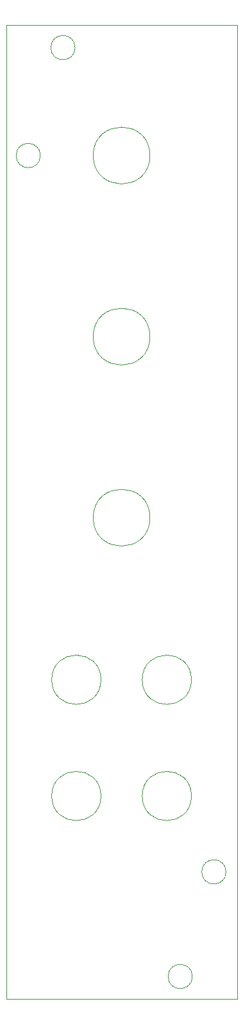
<source format=gbr>
%TF.GenerationSoftware,KiCad,Pcbnew,(5.1.9)-1*%
%TF.CreationDate,2021-06-26T11:36:46+09:00*%
%TF.ProjectId,CHORD_VCO_panel,43484f52-445f-4564-934f-5f70616e656c,rev?*%
%TF.SameCoordinates,Original*%
%TF.FileFunction,Profile,NP*%
%FSLAX46Y46*%
G04 Gerber Fmt 4.6, Leading zero omitted, Abs format (unit mm)*
G04 Created by KiCad (PCBNEW (5.1.9)-1) date 2021-06-26 11:36:46*
%MOMM*%
%LPD*%
G01*
G04 APERTURE LIST*
%TA.AperFunction,Profile*%
%ADD10C,0.100000*%
%TD*%
G04 APERTURE END LIST*
D10*
X125383156Y-39055837D02*
G75*
G03*
X125383156Y-39055837I-1600000J0D01*
G01*
X135273156Y-53289466D02*
G75*
G03*
X135273156Y-53289466I-3750000J0D01*
G01*
X120797641Y-53289466D02*
G75*
G03*
X120797641Y-53289466I-1600000J0D01*
G01*
X145310887Y-147758852D02*
G75*
G03*
X145310887Y-147758852I-1600000J0D01*
G01*
X135273156Y-77168050D02*
G75*
G03*
X135273156Y-77168050I-3750000J0D01*
G01*
X140863156Y-161555837D02*
G75*
G03*
X140863156Y-161555837I-1600000J0D01*
G01*
X135273156Y-101046634D02*
G75*
G03*
X135273156Y-101046634I-3750000J0D01*
G01*
X146763156Y-36055837D02*
X146763156Y-164555837D01*
X128796312Y-122422679D02*
G75*
G03*
X128796312Y-122422679I-3250000J0D01*
G01*
X128796312Y-137750000D02*
G75*
G03*
X128796312Y-137750000I-3250000J0D01*
G01*
X140750000Y-122422679D02*
G75*
G03*
X140750000Y-122422679I-3250000J0D01*
G01*
X116283156Y-36055837D02*
X146763156Y-36055837D01*
X146763156Y-164555837D02*
X116283156Y-164555837D01*
X116283156Y-164555837D02*
X116283156Y-36055837D01*
X140750000Y-137750000D02*
G75*
G03*
X140750000Y-137750000I-3250000J0D01*
G01*
M02*

</source>
